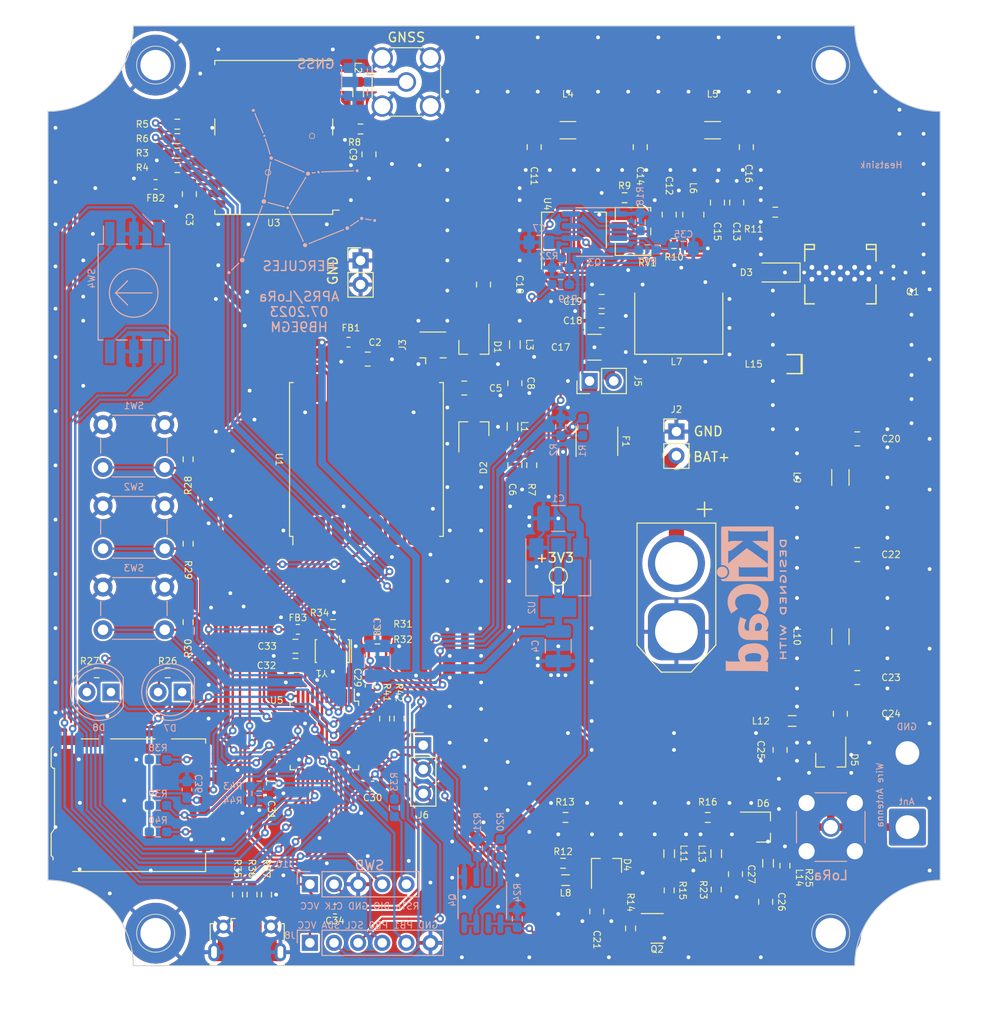
<source format=kicad_pcb>
(kicad_pcb (version 20221018) (generator pcbnew)

  (general
    (thickness 1.6)
  )

  (paper "A4")
  (title_block
    (title "Hercules")
    (date "2023-07-24")
    (rev "0")
    (company "HB9EGM")
    (comment 1 "LoRa GNSS Tracker with PA")
  )

  (layers
    (0 "F.Cu" signal)
    (31 "B.Cu" signal)
    (32 "B.Adhes" user "B.Adhesive")
    (33 "F.Adhes" user "F.Adhesive")
    (34 "B.Paste" user)
    (35 "F.Paste" user)
    (36 "B.SilkS" user "B.Silkscreen")
    (37 "F.SilkS" user "F.Silkscreen")
    (38 "B.Mask" user)
    (39 "F.Mask" user)
    (40 "Dwgs.User" user "User.Drawings")
    (41 "Cmts.User" user "User.Comments")
    (42 "Eco1.User" user "User.Eco1")
    (43 "Eco2.User" user "User.Eco2")
    (44 "Edge.Cuts" user)
    (45 "Margin" user)
    (46 "B.CrtYd" user "B.Courtyard")
    (47 "F.CrtYd" user "F.Courtyard")
    (48 "B.Fab" user)
    (49 "F.Fab" user)
    (50 "User.1" user)
    (51 "User.2" user)
    (52 "User.3" user)
    (53 "User.4" user)
    (54 "User.5" user)
    (55 "User.6" user)
    (56 "User.7" user)
    (57 "User.8" user)
    (58 "User.9" user)
  )

  (setup
    (stackup
      (layer "F.SilkS" (type "Top Silk Screen"))
      (layer "F.Paste" (type "Top Solder Paste"))
      (layer "F.Mask" (type "Top Solder Mask") (thickness 0.01))
      (layer "F.Cu" (type "copper") (thickness 0.035))
      (layer "dielectric 1" (type "core") (thickness 1.51) (material "FR4") (epsilon_r 4.5) (loss_tangent 0.02))
      (layer "B.Cu" (type "copper") (thickness 0.035))
      (layer "B.Mask" (type "Bottom Solder Mask") (thickness 0.01))
      (layer "B.Paste" (type "Bottom Solder Paste"))
      (layer "B.SilkS" (type "Bottom Silk Screen"))
      (copper_finish "None")
      (dielectric_constraints no)
    )
    (pad_to_mask_clearance 0)
    (pcbplotparams
      (layerselection 0x00010f0_ffffffff)
      (plot_on_all_layers_selection 0x0000000_00000000)
      (disableapertmacros false)
      (usegerberextensions false)
      (usegerberattributes true)
      (usegerberadvancedattributes true)
      (creategerberjobfile true)
      (dashed_line_dash_ratio 12.000000)
      (dashed_line_gap_ratio 3.000000)
      (svgprecision 4)
      (plotframeref false)
      (viasonmask false)
      (mode 1)
      (useauxorigin false)
      (hpglpennumber 1)
      (hpglpenspeed 20)
      (hpglpendiameter 15.000000)
      (dxfpolygonmode true)
      (dxfimperialunits true)
      (dxfusepcbnewfont true)
      (psnegative false)
      (psa4output false)
      (plotreference true)
      (plotvalue true)
      (plotinvisibletext false)
      (sketchpadsonfab false)
      (subtractmaskfromsilk false)
      (outputformat 5)
      (mirror false)
      (drillshape 0)
      (scaleselection 1)
      (outputdirectory "out")
    )
  )

  (net 0 "")
  (net 1 "+BATT")
  (net 2 "GND")
  (net 3 "Net-(U1-3.3V)")
  (net 4 "Net-(U3-VCC)")
  (net 5 "+3V3")
  (net 6 "Net-(D1-K)")
  (net 7 "Net-(J3-In)")
  (net 8 "Net-(C6-Pad1)")
  (net 9 "/GATE_SUPPLY")
  (net 10 "/PIN_TX")
  (net 11 "Net-(C9-Pad2)")
  (net 12 "Net-(C10-Pad1)")
  (net 13 "Net-(D1-A)")
  (net 14 "Net-(C12-Pad1)")
  (net 15 "Net-(C13-Pad2)")
  (net 16 "Net-(C14-Pad1)")
  (net 17 "Net-(Q1-G)")
  (net 18 "Net-(J5-Pin_2)")
  (net 19 "Net-(Q1-D)")
  (net 20 "Net-(D4-A)")
  (net 21 "Net-(C22-Pad1)")
  (net 22 "Net-(C23-Pad1)")
  (net 23 "Net-(D5-A)")
  (net 24 "Net-(C26-Pad1)")
  (net 25 "/PIN_RX")
  (net 26 "Net-(U5-VDDA)")
  (net 27 "unconnected-(D1-NC-Pad2)")
  (net 28 "Net-(D2-A)")
  (net 29 "unconnected-(D2-NC-Pad2)")
  (net 30 "Net-(D3-A)")
  (net 31 "unconnected-(D4-NC-Pad2)")
  (net 32 "Net-(D4-K)")
  (net 33 "unconnected-(D5-NC-Pad2)")
  (net 34 "Net-(D5-K)")
  (net 35 "Net-(D6-A)")
  (net 36 "unconnected-(D6-NC-Pad2)")
  (net 37 "/Control/LED_TXn")
  (net 38 "Net-(D7-A)")
  (net 39 "/Control/STATUSn")
  (net 40 "Net-(D8-A)")
  (net 41 "/BAT+")
  (net 42 "/EN_RX")
  (net 43 "unconnected-(J9-VBUS-Pad1)")
  (net 44 "/Control/USB_DM")
  (net 45 "/Control/USB_DP")
  (net 46 "unconnected-(J9-ID-Pad4)")
  (net 47 "/Control/SWCLK")
  (net 48 "/Control/SWDIO")
  (net 49 "/Control/RESETn")
  (net 50 "Net-(J11-DAT2)")
  (net 51 "/Control/SD_SSn")
  (net 52 "/Control/SPI1_MOSI")
  (net 53 "/Control/SPI1_SCK")
  (net 54 "/Control/SPI1_MISO")
  (net 55 "Net-(J11-DAT1)")
  (net 56 "unconnected-(J11-DET_B-Pad9)")
  (net 57 "/Control/SD_DET")
  (net 58 "Net-(J13-In)")
  (net 59 "Net-(L8-Pad2)")
  (net 60 "Net-(L11-Pad2)")
  (net 61 "Net-(Q2-B)")
  (net 62 "Net-(Q2-C)")
  (net 63 "/EN_PA")
  (net 64 "Net-(Q3B-G)")
  (net 65 "Net-(Q4B-G)")
  (net 66 "Net-(Q4B-D-Pad5)")
  (net 67 "/Control/BAT_MEAS")
  (net 68 "Net-(U3-TXD{slash}SPI_MISO)")
  (net 69 "/Control/USART1_RX")
  (net 70 "Net-(U3-RXD{slash}SPI_MOSI)")
  (net 71 "/Control/USART1_TX")
  (net 72 "Net-(U3-SDA{slash}~{SPI_CS})")
  (net 73 "/Control/SDA")
  (net 74 "Net-(U3-SCL{slash}SPI_CLK)")
  (net 75 "/Control/SCL")
  (net 76 "Net-(U3-VCC_RF)")
  (net 77 "Net-(R9-Pad1)")
  (net 78 "Net-(U4-VO)")
  (net 79 "Net-(R10-Pad2)")
  (net 80 "/Control/BTN1n")
  (net 81 "/Control/BTN2n")
  (net 82 "/Control/BTN3n")
  (net 83 "/Control/XTAL1")
  (net 84 "/Control/XTAL2")
  (net 85 "Net-(U5-PA11)")
  (net 86 "Net-(U5-PA12)")
  (net 87 "/Control/BOOT0")
  (net 88 "/Control/BOOT1")
  (net 89 "unconnected-(U3-~{SAFEBOOT}-Pad1)")
  (net 90 "unconnected-(U3-D_SEL-Pad2)")
  (net 91 "unconnected-(U3-TIMEPULSE-Pad3)")
  (net 92 "unconnected-(U3-EXTINT-Pad4)")
  (net 93 "unconnected-(U3-USB_DM-Pad5)")
  (net 94 "unconnected-(U3-USB_DP-Pad6)")
  (net 95 "unconnected-(U3-~{RESET}-Pad8)")
  (net 96 "unconnected-(U3-LNA_EN-Pad14)")
  (net 97 "unconnected-(U3-RESERVED-Pad15)")
  (net 98 "unconnected-(U3-RESERVED-Pad16)")
  (net 99 "unconnected-(U3-RESERVED-Pad17)")
  (net 100 "unconnected-(U5-VBAT-Pad1)")
  (net 101 "unconnected-(U5-PA1-Pad11)")
  (net 102 "/Control/SPI1_SSn")
  (net 103 "/Control/PB0")
  (net 104 "/Control/PB1")
  (net 105 "/Control/DIO0")
  (net 106 "/Control/LORA_RESET")
  (net 107 "Net-(SW4-D0)")
  (net 108 "Net-(SW4-D1)")
  (net 109 "Net-(SW4-D2)")
  (net 110 "Net-(SW4-D3)")
  (net 111 "unconnected-(U5-PA8-Pad29)")
  (net 112 "unconnected-(U5-PA15-Pad38)")
  (net 113 "unconnected-(U5-PB5-Pad41)")
  (net 114 "unconnected-(U1-DIO5-Pad7)")
  (net 115 "unconnected-(U1-DIO3-Pad11)")
  (net 116 "unconnected-(U1-DIO4-Pad12)")
  (net 117 "unconnected-(U1-DIO1-Pad15)")
  (net 118 "unconnected-(U1-DIO2-Pad16)")
  (net 119 "Net-(L15-Pad2)")

  (footprint "Package_TO_SOT_SMD:SOT-23" (layer "F.Cu") (at 154.178 163.068))

  (footprint "Resistor_SMD:R_0603_1608Metric_Pad0.98x0.95mm_HandSolder" (layer "F.Cu") (at 95.1465 136.144 180))

  (footprint "Capacitor_SMD:C_0805_2012Metric_Pad1.18x1.45mm_HandSolder" (layer "F.Cu") (at 173.482 140.462 90))

  (footprint "Capacitor_SMD:C_0805_2012Metric_Pad1.18x1.45mm_HandSolder" (layer "F.Cu") (at 123.698 103.1025 180))

  (footprint "Capacitor_SMD:C_0805_2012Metric_Pad1.18x1.45mm_HandSolder" (layer "F.Cu") (at 116.078 135.382))

  (footprint "Package_TO_SOT_SMD:SOT-223-3_TabPin2" (layer "F.Cu") (at 145.415 89.535 90))

  (footprint "Resistor_SMD:R_0603_1608Metric_Pad0.98x0.95mm_HandSolder" (layer "F.Cu") (at 144.272 156.21 180))

  (footprint "mpb:Fuse_MF_SMDF150" (layer "F.Cu") (at 147.828 111.76 90))

  (footprint "Package_TO_SOT_SMD:SOT-23_Handsoldering" (layer "F.Cu") (at 134.874 110.4685 90))

  (footprint "Package_TO_SOT_SMD:SOT-23_Handsoldering" (layer "F.Cu") (at 165.354 152.4))

  (footprint "Resistor_SMD:R_0603_1608Metric_Pad0.98x0.95mm_HandSolder" (layer "F.Cu") (at 120.0385 131.064 180))

  (footprint "Resistor_SMD:R_0603_1608Metric_Pad0.98x0.95mm_HandSolder" (layer "F.Cu") (at 104.775 122.555 90))

  (footprint "Resistor_SMD:R_0603_1608Metric_Pad0.98x0.95mm_HandSolder" (layer "F.Cu") (at 124.714 132.588))

  (footprint "Inductor_SMD:L_0805_2012Metric_Pad1.05x1.20mm_HandSolder" (layer "F.Cu") (at 168.402 141.224 180))

  (footprint "Connector_PinHeader_2.54mm:PinHeader_1x02_P2.54mm_Vertical" (layer "F.Cu") (at 147.061 105.41 90))

  (footprint "Crystal:Resonator_SMD_Murata_CSTxExxV-3Pin_3.0x1.1mm_HandSoldering" (layer "F.Cu") (at 119.9685 133.858 180))

  (footprint "Resistor_SMD:R_0603_1608Metric_Pad0.98x0.95mm_HandSolder" (layer "F.Cu") (at 104.775 130.81 90))

  (footprint "Resistor_SMD:R_0603_1608Metric_Pad0.98x0.95mm_HandSolder" (layer "F.Cu") (at 109.982 159.512 90))

  (footprint "Capacitor_SMD:C_0805_2012Metric_Pad1.18x1.45mm_HandSolder" (layer "F.Cu") (at 167.132 144.272 -90))

  (footprint "Inductor_SMD:L_0805_2012Metric_Pad1.05x1.20mm_HandSolder" (layer "F.Cu") (at 144.526 157.988 180))

  (footprint "Capacitor_SMD:C_0805_2012Metric_Pad1.18x1.45mm_HandSolder" (layer "F.Cu") (at 165.608 160.274 -90))

  (footprint "Resistor_SMD:R_0603_1608Metric_Pad0.98x0.95mm_HandSolder" (layer "F.Cu") (at 104.775 113.665 90))

  (footprint "RF_GPS:ublox_NEO" (layer "F.Cu") (at 113.792 79.756 180))

  (footprint "Resistor_SMD:R_0603_1608Metric_Pad0.98x0.95mm_HandSolder" (layer "F.Cu") (at 103.632 81.407 180))

  (footprint "Inductor_SMD:L_0603_1608Metric_Pad1.05x0.95mm_HandSolder" (layer "F.Cu") (at 121.666 101.3245 180))

  (footprint "Connector_PinHeader_2.54mm:PinHeader_1x02_P2.54mm_Vertical" (layer "F.Cu") (at 122.936 92.71))

  (footprint "Inductor_SMD:L_1008_2520Metric_Pad1.43x2.20mm_HandSolder" (layer "F.Cu") (at 157.988 87.884 -90))

  (footprint "Resistor_SMD:R_0603_1608Metric_Pad0.98x0.95mm_HandSolder" (layer "F.Cu") (at 151.384 163.068 90))

  (footprint "Capacitor_SMD:C_0805_2012Metric_Pad1.18x1.45mm_HandSolder" (layer "F.Cu") (at 123.825 81.534 90))

  (footprint "Connector_AMASS:AMASS_XT60-M_1x02_P7.20mm_Vertical" (layer "F.Cu") (at 156.21 131.826 90))

  (footprint "Resistor_SMD:R_0603_1608Metric_Pad0.98x0.95mm_HandSolder" (layer "F.Cu") (at 160.401 158.9805 -90))

  (footprint "Resistor_SMD:R_0603_1608Metric_Pad0.98x0.95mm_HandSolder" (layer "F.Cu") (at 124.714 131.064))

  (footprint "MountingHole:MountingHole_3.2mm_M3_Pad" (layer "F.Cu") (at 101.346 163.576))

  (footprint "MountingHole:MountingHole_3.2mm_M3_Pad" (layer "F.Cu") (at 172.466 72.136))

  (footprint "Connector_Coaxial:U.FL_Hirose_U.FL-R-SMT-1_Vertical" (layer "F.Cu") (at 130.556 102.0865 90))

  (footprint "Resistor_SMD:R_0603_1608Metric_Pad0.98x0.95mm_HandSolder" (layer "F.Cu") (at 125.476 140.97 -90))

  (footprint "Capacitor_SMD:C_0805_2012Metric_Pad1.18x1.45mm_HandSolder" (layer "F.Cu") (at 135.89 95.25 -90))

  (footprint "Capacitor_SMD:C_0805_2012Metric_Pad1.18x1.45mm_HandSolder" (layer "F.Cu") (at 141.224 80.772 -90))

  (footprint "Connector_PinHeader_2.54mm:PinHeader_1x03_P2.54mm_Vertical" (layer "F.Cu") (at 129.54 143.779))

  (footprint "Capacitor_SMD:C_0805_2012Metric_Pad1.18x1.45mm_HandSolder" (layer "F.Cu") (at 175.26 136.652))

  (footprint "Connector_Coaxial:SMA_Amphenol_132291_Vertical" (layer "F.Cu") (at 127.762 73.914))

  (footprint "Capacitor_SMD:C_0805_2012Metric_Pad1.18x1.45mm_HandSolder" (layer "F.Cu") (at 139.192 105.6425 -90))

  (footprint "Capacitor_SMD:C_0805_2012Metric_Pad1.18x1.45mm_HandSolder" (layer "F.Cu") (at 162.56 86.614 -90))

  (footprint "Resistor_SMD:R_0603_1608Metric_Pad0.98x0.95mm_HandSolder" (layer "F.Cu") (at 155.448 159.07 -90))

  (footprint "Package_TO_SOT_SMD:SOT-23_Handsoldering" (layer "F.Cu") (at 148.844 156.464 90))

  (footprint "mpb:L_Coilcraft_1812SMS" (layer "F.Cu") (at 156.21 99.314 90))

  (footprint "Capacitor_SMD:C_0805_2012Metric_Pad1.18x1.45mm_HandSolder" (layer "F.Cu") (at 147.828 161.29 -90))

  (footprint "Resistor_SMD:R_0603_1608Metric_Pad0.98x0.95mm_HandSolder" (layer "F.Cu") (at 159.512 151.384 180))

  (footprint "Capacitor_SMD:C_0805_2012Metric_Pad1.18x1.45mm_HandSolder" (layer "F.Cu") (at 148.336 99.06 180))

  (footprint "Capacitor_SMD:C_0603_1608Metric_Pad1.08x0.95mm_HandSolder" (layer "F.Cu") (at 123.952 137.5145 90))

  (footprint "Capacitor_SMD:C_0805_2012Metric_Pad1.18x1.45mm_HandSolder" (layer "F.Cu")
    (tstamp 760ccdd2-928f-44d0-9b74-a2119bc5982a)
    (at 175.26 123.698)
    (descr "Capacitor SMD 0805 (2012 Metric), square (rectangular) end terminal, IPC_7351 nominal with elongated pad for handsoldering. (Body size source: IPC-SM-782 page 76, https://www.pcb-3d.com/wordpress/wp-content/uploads/ipc-sm-782a_amendment_1_and_2.pdf, https://docs.google.com/spreadsheets/d/1BsfQQcO9C6DZCsRaXUlFlo91Tg2WpOkGARC1WS5S8t0/edit?usp=sharing), generated with kicad-footprint-generator")
    (tags "capacitor handsolder")
    (property "MPN" "")
    (property "Need_order" "")
    (property "Sheetfile" "tracker-kicad.kicad_sch")
    (property "Sheetname" "")
    (property "ki_description" "Unpolarized capacitor, small symbol")
    (property "ki_keywords" "capacitor cap")
    (path "/98aac2c3-ee76-4280-aac9-39e1d85593d5")
    (attr smd)
    (fp_text reference "C22" (at 3.556 0 unlocked) (layer "F.SilkS")
        (effects (font (size 0.7 0.7) (thickness 0.1)))
      (tstamp 43950934-fef9-4123-8161-04845cc1592d)
    )
    (fp_text value "18pF" (at 0 1.68) (layer "F.Fab")
        (effects (font (size 1 1) (thickness 0.15)))
      (tstamp 19d8c720-1847-42f7-92a0-fe32e5d3c882)
    )
    (fp_text user "${REFERENCE}" (at 0 0) (layer "F.Fab")
        (effects (font (size 0.5 0.5) (thickness 0.08)))
      (tstamp 233f7db1-5636-49aa-8e4f-9ed476f80c96)
    )
    (fp_line (start -0.261252 -0.735) (end 0.261252 -0.735)
      (stroke (width 0.12) (type solid)) (layer "F.SilkS") (tstamp 8a01fbf4-4e35-4d78-a7c1-d337363a5c8b))
    (fp_line (start -0.261252 0.735) (end 0.261252 0.735)
      (stroke (width 0.12) (type solid)) (layer "F.SilkS") (tstamp e06a6a4c-a2c9-495e-b1c2-6f404c4645a1))
    (fp_line (start -1.88 -0.98) (end 1.88 -0.98)
      (stroke (width 0.05) (type solid)) (layer "F.CrtYd") (tstamp 778a4890-85c0-4c07-ac1d-5778b805be1a))
    (fp_line (start -1.88 0.98) (end -1.88 -0.98)
      (stroke (width 0.05) (type solid)) (layer "F.CrtYd") (tstamp 297265da-e18c-482e-98d0-5770cc067aed))
    (fp_line (start 1.88 -0.98) (end 1.88 0.98)
      (stroke (width 0.05) (type solid)) (layer "F.CrtYd") (tstamp 953d2572-209b-47cf-bfa1-a2134b07f1ff))
    (fp_line (start 1.88 0.98) (end -1.88 0.98)
      (stroke (width 0.05) (type solid)) (layer "F.CrtYd") (tstamp 7eafb741-ba03-479e-b8d8-215d77652edf))
    (fp_line (start -1 -0.625) (end 1 -0.625)
      (stroke (width 0.1) (type solid)) (layer "F.Fab") (tstamp 670a32bb-8804-4147-a4d5-2ff3837cf29f))
    (fp_line (start -1 0.625) (end -1 -0.625)
      (stroke (width 0.1) (type solid)) (layer "F.Fab") (tstamp f321921b-ede6-475a-b693-0d0347ccf493))
    (fp_line (start 1 -0.625) (end 1 0.625)
      (stroke (width 0.1) (type solid)) (layer "F.Fab") (tstamp ef85d0a1-0376-4ce7-a659-bc9e3ef1d23e))
    (fp_line (start 1 0.625) (end -1 0.625)
      (stroke (width 0.1) (type solid)) (layer "F.Fab") (tstamp 9340f23a-f8
... [1668037 chars truncated]
</source>
